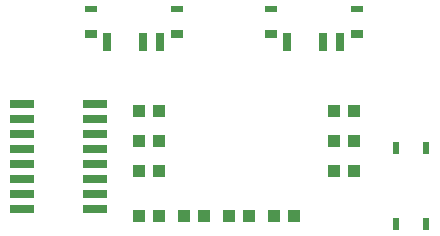
<source format=gbr>
G04 EAGLE Gerber RS-274X export*
G75*
%MOMM*%
%FSLAX34Y34*%
%LPD*%
%INSolderpaste Bottom*%
%IPPOS*%
%AMOC8*
5,1,8,0,0,1.08239X$1,22.5*%
G01*
%ADD10R,2.032000X0.660400*%
%ADD11R,0.600000X1.000000*%
%ADD12R,1.000000X1.100000*%
%ADD13R,0.700000X1.500000*%
%ADD14R,1.000000X0.600000*%
%ADD15R,1.000000X0.800000*%


D10*
X589534Y412750D03*
X528066Y412750D03*
X589534Y400050D03*
X589534Y387350D03*
X528066Y400050D03*
X528066Y387350D03*
X589534Y374650D03*
X528066Y374650D03*
X589534Y361950D03*
X528066Y361950D03*
X589534Y349250D03*
X589534Y336550D03*
X528066Y349250D03*
X528066Y336550D03*
X589534Y323850D03*
X528066Y323850D03*
D11*
X869950Y310500D03*
X844550Y310500D03*
X844550Y375300D03*
X869950Y375300D03*
D12*
X643500Y317500D03*
X626500Y317500D03*
X740800Y317500D03*
X757800Y317500D03*
X719700Y317500D03*
X702700Y317500D03*
X808600Y355600D03*
X791600Y355600D03*
X643500Y406400D03*
X626500Y406400D03*
X643500Y381000D03*
X626500Y381000D03*
X643500Y355600D03*
X626500Y355600D03*
X808600Y406400D03*
X791600Y406400D03*
X808600Y381000D03*
X791600Y381000D03*
X681600Y317500D03*
X664600Y317500D03*
D13*
X797200Y465100D03*
X782200Y465100D03*
X752200Y465100D03*
D14*
X811200Y492600D03*
D15*
X811200Y471600D03*
D14*
X738200Y492600D03*
D15*
X738200Y471600D03*
D13*
X644800Y465100D03*
X629800Y465100D03*
X599800Y465100D03*
D14*
X658800Y492600D03*
D15*
X658800Y471600D03*
D14*
X585800Y492600D03*
D15*
X585800Y471600D03*
M02*

</source>
